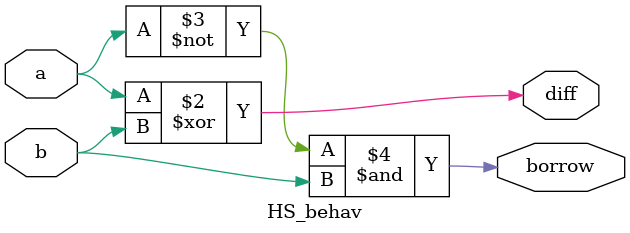
<source format=v>
`timescale 1ns / 1ps


module HS_behav(
    input a,b,
    output reg borrow, diff  );
    always@(*)
    begin
    diff = a ^ b;
    borrow = ~a & b;
    end 
   
endmodule

</source>
